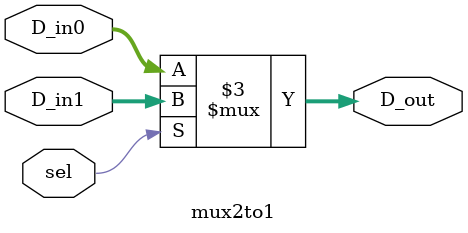
<source format=sv>
module mux2to1 (input [3:0]D_in0,
									D_in1,
					 input sel,
					 output logic[3:0]D_out);

	always @ (D_in0 or D_in1 or sel)
	begin
		case(sel)
			1'b0 : D_out[3:0] = D_in0[3:0];
			default: D_out[3:0] = D_in1[3:0];
		endcase
	end

endmodule

</source>
